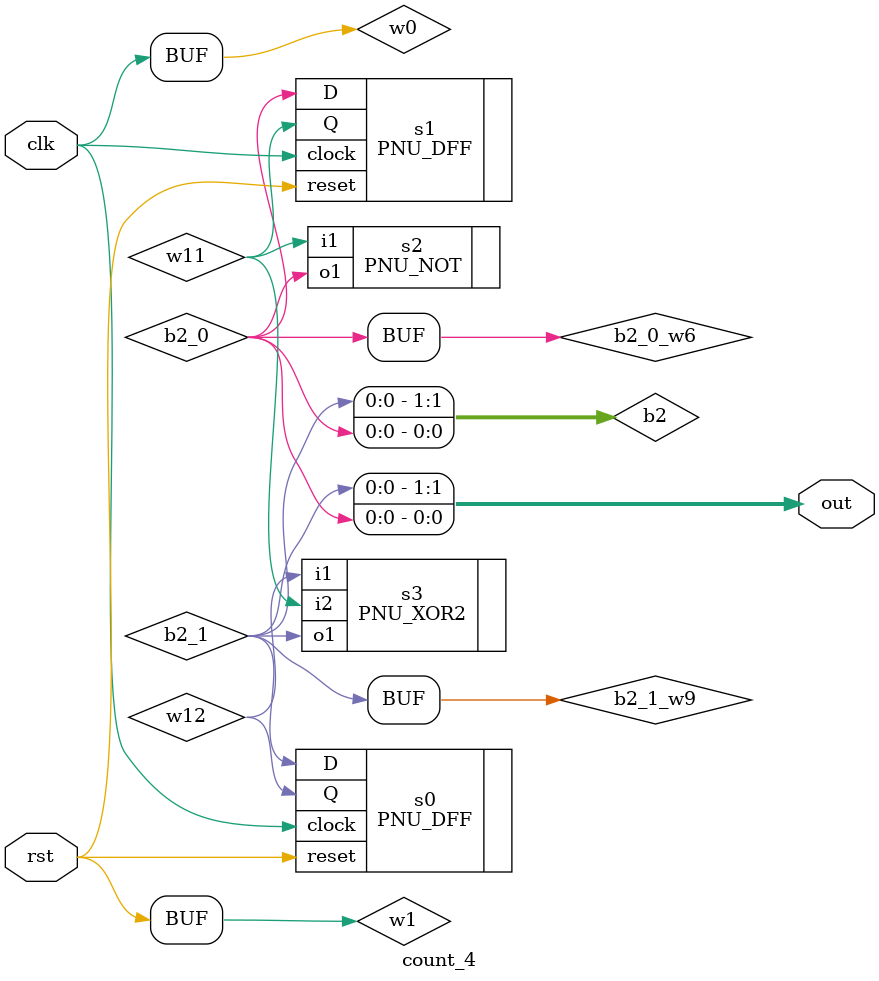
<source format=v>
module count_4(rst,clk,out);

input rst;
input clk;
output [1:0] out;

wire  w0;
wire  w1;
wire [1:0] b2;
wire  w11;
wire  w12;
wire  b2_1;
wire  b2_1_w9;
wire  b2_0;
wire  b2_0_w6;

assign w1 = rst;
assign w0 = clk;
assign out = b2;

assign b2[1] = b2_1;
assign b2[0] = b2_0;

assign b2_1_w9 = {b2[1]};
assign b2_0_w6 = {b2[0]};

PNU_DFF
     s0 (
      .clock(w0),
      .reset(w1),
      .Q(w12),
      .D(b2_1_w9));

PNU_DFF
     s1 (
      .clock(w0),
      .reset(w1),
      .Q(w11),
      .D(b2_0_w6));

PNU_NOT
     s2 (
      .i1(w11),
      .o1(b2_0));

PNU_XOR2
     s3 (
      .i2(w11),
      .i1(w12),
      .o1(b2_1));

endmodule


</source>
